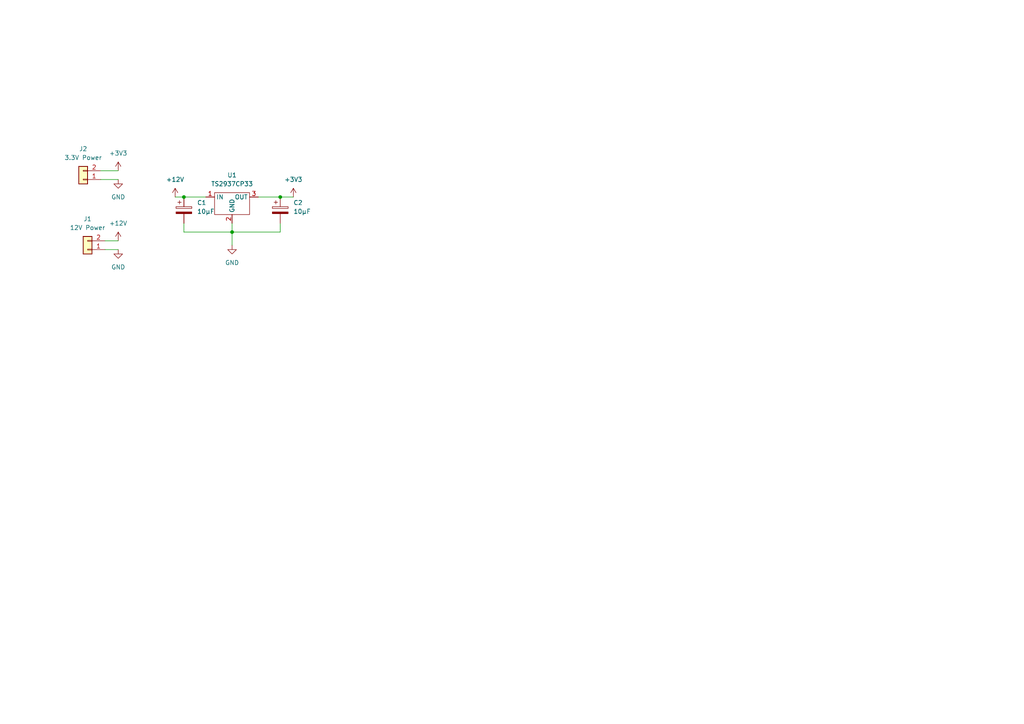
<source format=kicad_sch>
(kicad_sch (version 20211123) (generator eeschema)
  (paper "A4")
  (lib_symbols
    (symbol "Connector_Generic:Conn_01x02" (pin_names (offset 1.016) hide)
      (property "Reference" "J" (at 0 2.54 0))
      (property "Value" "Conn_01x02" (at 0 -5.08 0))
      (symbol "Conn_01x02_1_1"
        (rectangle (start -1.27 -2.413) (end 0 -2.667) (stroke (width 0.1524)))
        (rectangle (start -1.27 0.127) (end 0 -0.127) (stroke (width 0.1524)))
        (rectangle (start -1.27 1.27) (end 1.27 -3.81) (stroke (width 0.254)) (fill (type background)))
        (pin passive line (at -5.08 0 0) (length 3.81) (name "Pin_1") (number "1"))
        (pin passive line (at -5.08 -2.54 0) (length 3.81) (name "Pin_2") (number "2"))
      )
    )
    (symbol "Device:C_Polarized" (pin_numbers hide) (pin_names (offset 0.254))
      (property "Reference" "C" (at 0.635 2.54 0))
      (property "Value" "C_Polarized" (at 0.635 -2.54 0))
      (symbol "C_Polarized_0_1"
        (rectangle (start -2.286 0.508) (end 2.286 1.016))
        (polyline (pts (xy -1.778 2.286) (xy -0.762 2.286)))
        (polyline (pts (xy -1.27 2.794) (xy -1.27 1.778)))
        (rectangle (start 2.286 -0.508) (end -2.286 -1.016) (fill (type outline)))
      )
      (symbol "C_Polarized_1_1"
        (pin passive line (at 0 3.81 270) (length 2.794) (name "~") (number "1"))
        (pin passive line (at 0 -3.81 90) (length 2.794) (name "~") (number "2"))
      )
    )
    (symbol "Linear_Regulator_Project:TS2937CP33"
      (property "Reference" "U" (at -3.81 3.81 0))
      (property "Value" "TS2937CP33" (at 3.81 5.08 0))
      (symbol "TS2937CP33_0_1"
        (rectangle (start -5.08 2.54) (end 5.08 -3.81))
      )
      (symbol "TS2937CP33_1_1"
        (pin power_in line (at -7.62 1.27 0) (length 2.54) (name "IN") (number "1"))
        (pin power_in line (at 0 -6.35 90) (length 2.54) (name "GND") (number "2"))
        (pin power_out line (at 7.62 1.27 180) (length 2.54) (name "OUT") (number "3"))
      )
    )
    (symbol "power:+12V" (power) (pin_names (offset 0))
      (property "Value" "+12V" (at 0 3.556 0))
      (symbol "+12V_0_1"
        (polyline (pts (xy -0.762 1.27) (xy 0 2.54)))
        (polyline (pts (xy 0 0) (xy 0 2.54)))
        (polyline (pts (xy 0 2.54) (xy 0.762 1.27)))
      )
      (symbol "+12V_1_1"
        (pin power_in line (at 0 0 90) (length 0) hide (name "+12V") (number "1"))
      )
    )
    (symbol "power:+3V3" (power) (pin_names (offset 0))
      (property "Value" "+3V3" (at 0 3.556 0))
      (symbol "+3V3_0_1"
        (polyline (pts (xy -0.762 1.27) (xy 0 2.54)))
        (polyline (pts (xy 0 0) (xy 0 2.54)))
        (polyline (pts (xy 0 2.54) (xy 0.762 1.27)))
      )
      (symbol "+3V3_1_1"
        (pin power_in line (at 0 0 90) (length 0) hide (name "+3V3") (number "1"))
      )
    )
    (symbol "power:GND" (power) (pin_names (offset 0))
      (property "Value" "GND" (at 0 -3.81 0))
      (symbol "GND_0_1"
        (polyline (pts (xy 0 0) (xy 0 -1.27) (xy 1.27 -1.27) (xy 0 -2.54) (xy -1.27 -1.27) (xy 0 -1.27)))
      )
      (symbol "GND_1_1"
        (pin power_in line (at 0 0 270) (length 0) hide (name "GND") (number "1"))
      )
    )
  )
  (junction (at 81.28 57.15))
  (junction (at 53.34 57.15))
  (junction (at 67.31 67.31))
  (wire (pts (xy 50.8 57.15) (xy 53.34 57.15)))
  (wire (pts (xy 53.34 57.15) (xy 59.69 57.15)))
  (wire (pts (xy 67.31 67.31) (xy 67.31 71.12)))
  (wire (pts (xy 81.28 67.31) (xy 67.31 67.31)))
  (wire (pts (xy 67.31 64.77) (xy 67.31 67.31)))
  (wire (pts (xy 81.28 57.15) (xy 85.09 57.15)))
  (wire (pts (xy 30.48 69.85) (xy 34.29 69.85)))
  (wire (pts (xy 81.28 64.77) (xy 81.28 67.31)))
  (wire (pts (xy 53.34 67.31) (xy 67.31 67.31)))
  (wire (pts (xy 30.48 72.39) (xy 34.29 72.39)))
  (wire (pts (xy 53.34 64.77) (xy 53.34 67.31)))
  (wire (pts (xy 29.21 52.07) (xy 34.29 52.07)))
  (wire (pts (xy 74.93 57.15) (xy 81.28 57.15)))
  (wire (pts (xy 29.21 49.53) (xy 34.29 49.53)))
  (symbol (lib_id "power:+3V3") (at 85.09 57.15 0) (unit 1)
    (property "Reference" "#PWR?" (effects hide))
    (property "Value" "+3V3" (at 85.09 52.07 0))
  )
  (symbol (lib_id "Connector_Generic:Conn_01x02") (at 25.4 72.39 180) (unit 1)
    (property "Reference" "J1" (at 25.4 63.5 0))
    (property "Value" "12V Power" (at 25.4 66.04 0))
    (property "Footprint" "Connector_Project:Connector CTB1202_2BK" (effects hide))
  )
  (symbol (lib_id "power:+3V3") (at 34.29 49.53 0) (unit 1)
    (property "Reference" "#PWR?" (effects hide))
    (property "Value" "+3V3" (at 34.29 44.45 0))
  )
  (symbol (lib_id "power:+12V") (at 34.29 69.85 0) (unit 1)
    (property "Reference" "#PWR?" (effects hide))
    (property "Value" "+12V" (at 34.29 64.77 0))
  )
  (symbol (lib_id "Device:C_Polarized") (at 53.34 60.96 0) (unit 1)
    (property "Reference" "C1" (at 57.15 58.8009 0) (effects (justify left)))
    (property "Value" "10µF" (at 57.15 61.3409 0) (effects (justify left)))
    (property "Footprint" "Capacitor_THT:CP_Radial_Tantal_D4.5mm_P2.50mm" (effects hide))
  )
  (symbol (lib_id "Linear_Regulator_Project:TS2937CP33") (at 67.31 58.42 0) (unit 1)
    (property "Reference" "U1" (at 67.31 50.8 0))
    (property "Value" "TS2937CP33" (at 67.31 53.34 0))
    (property "Footprint" "Package_TO_SOT_SMD:TO-252-2" (effects hide))
    (property "Datasheet" "https://www.mouser.com/datasheet/2/395/TS2937_D13-522475.pdf" (effects hide))
  )
  (symbol (lib_id "Device:C_Polarized") (at 81.28 60.96 0) (unit 1)
    (property "Reference" "C2" (at 85.09 58.8009 0) (effects (justify left)))
    (property "Value" "10µF" (at 85.09 61.3409 0) (effects (justify left)))
    (property "Footprint" "Capacitor_THT:CP_Radial_Tantal_D4.5mm_P2.50mm" (effects hide))
  )
  (symbol (lib_id "power:GND") (at 34.29 52.07 0) (unit 1)
    (property "Reference" "#PWR?" (effects hide))
    (property "Value" "GND" (at 34.29 57.15 0))
  )
  (symbol (lib_id "Connector_Generic:Conn_01x02") (at 24.13 52.07 180) (unit 1)
    (property "Reference" "J2" (at 24.13 43.18 0))
    (property "Value" "3.3V Power" (at 24.13 45.72 0))
    (property "Footprint" "Connector_PinHeader_2.54mm:PinHeader_1x02_P2.54mm_Horizontal" (effects hide))
  )
  (symbol (lib_id "power:+12V") (at 50.8 57.15 0) (unit 1)
    (property "Reference" "#PWR?" (effects hide))
    (property "Value" "+12V" (at 50.8 52.07 0))
  )
  (symbol (lib_id "power:GND") (at 67.31 71.12 0) (unit 1)
    (property "Reference" "#PWR?" (effects hide))
    (property "Value" "GND" (at 67.31 76.2 0))
  )
  (symbol (lib_id "power:GND") (at 34.29 72.39 0) (unit 1)
    (property "Reference" "#PWR?" (effects hide))
    (property "Value" "GND" (at 34.29 77.47 0))
  )
)
</source>
